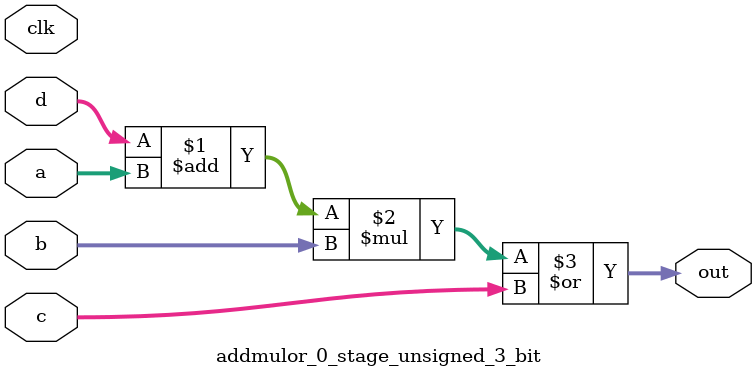
<source format=sv>
(* use_dsp = "yes" *) module addmulor_0_stage_unsigned_3_bit(
	input  [2:0] a,
	input  [2:0] b,
	input  [2:0] c,
	input  [2:0] d,
	output [2:0] out,
	input clk);

	assign out = ((d + a) * b) | c;
endmodule

</source>
